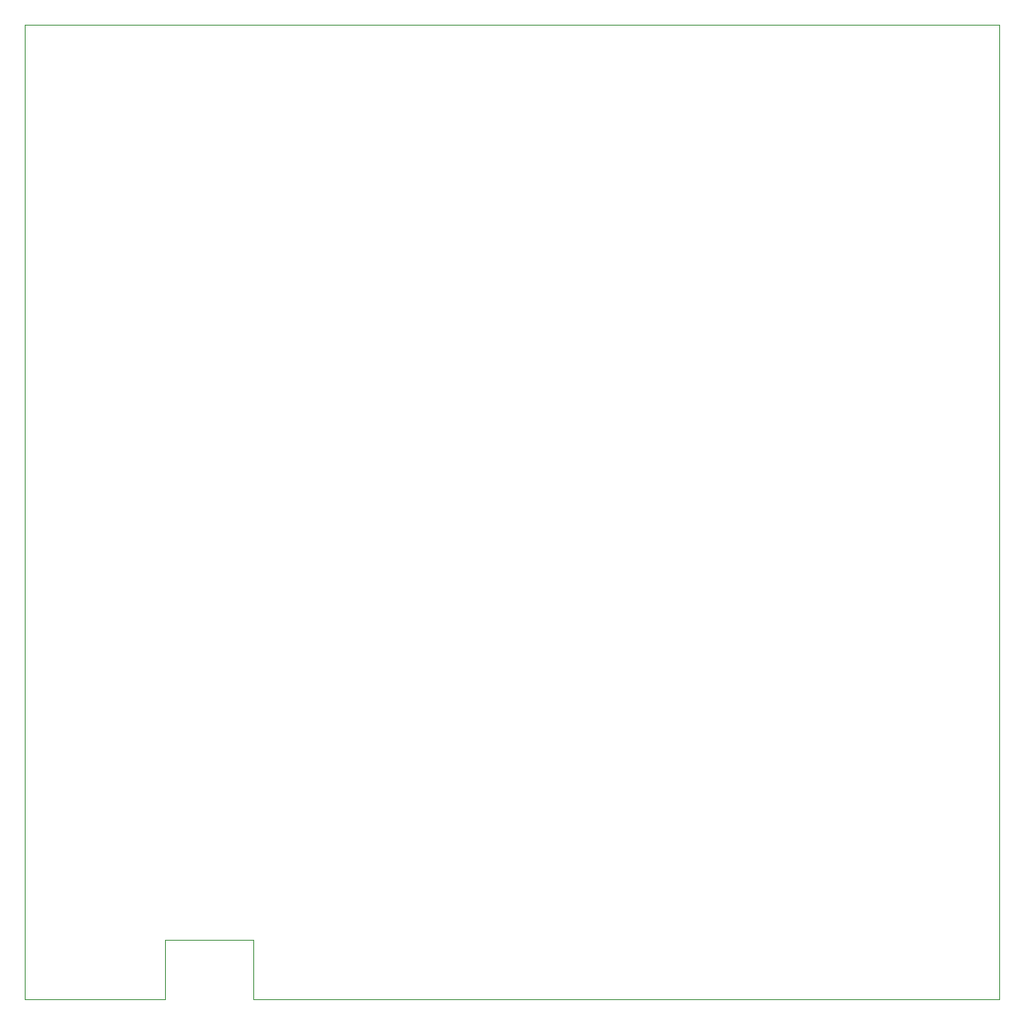
<source format=gbr>
%TF.GenerationSoftware,KiCad,Pcbnew,8.0.0*%
%TF.CreationDate,2024-03-30T16:18:18+01:00*%
%TF.ProjectId,schematic-main,73636865-6d61-4746-9963-2d6d61696e2e,rev?*%
%TF.SameCoordinates,Original*%
%TF.FileFunction,Profile,NP*%
%FSLAX46Y46*%
G04 Gerber Fmt 4.6, Leading zero omitted, Abs format (unit mm)*
G04 Created by KiCad (PCBNEW 8.0.0) date 2024-03-30 16:18:18*
%MOMM*%
%LPD*%
G01*
G04 APERTURE LIST*
%TA.AperFunction,Profile*%
%ADD10C,0.050000*%
%TD*%
G04 APERTURE END LIST*
D10*
X185000000Y-50000000D02*
X185000000Y-150000000D01*
X99400000Y-150000000D02*
X85000000Y-150000000D01*
X108500000Y-143900000D02*
X99400000Y-143900000D01*
X185000000Y-150000000D02*
X108500000Y-150000000D01*
X108500000Y-150000000D02*
X108500000Y-143900000D01*
X99400000Y-143900000D02*
X99400000Y-150000000D01*
X85000000Y-50000000D02*
X185000000Y-50000000D01*
X85000000Y-150000000D02*
X85000000Y-50000000D01*
M02*

</source>
